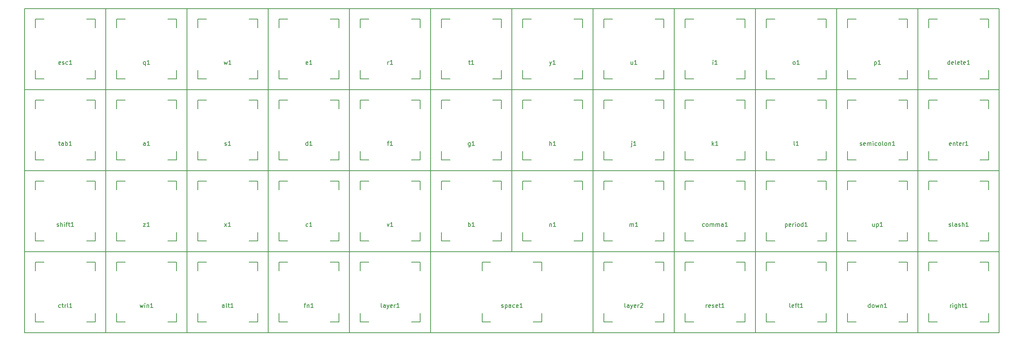
<source format=gbr>
G04 #@! TF.GenerationSoftware,KiCad,Pcbnew,(5.1.10)-1*
G04 #@! TF.CreationDate,2022-01-10T13:30:35-05:00*
G04 #@! TF.ProjectId,40,3430252e-6b69-4636-9164-5f7063625858,rev?*
G04 #@! TF.SameCoordinates,Original*
G04 #@! TF.FileFunction,OtherDrawing,Comment*
%FSLAX46Y46*%
G04 Gerber Fmt 4.6, Leading zero omitted, Abs format (unit mm)*
G04 Created by KiCad (PCBNEW (5.1.10)-1) date 2022-01-10 13:30:35*
%MOMM*%
%LPD*%
G01*
G04 APERTURE LIST*
%ADD10C,0.150000*%
G04 APERTURE END LIST*
D10*
X156606250Y-94600000D02*
X158606250Y-94600000D01*
X158606250Y-94600000D02*
X158606250Y-96600000D01*
X156606250Y-108600000D02*
X158606250Y-108600000D01*
X158606250Y-108600000D02*
X158606250Y-106600000D01*
X144606250Y-106600000D02*
X144606250Y-108600000D01*
X144606250Y-108600000D02*
X146606250Y-108600000D01*
X146606250Y-94600000D02*
X144606250Y-94600000D01*
X144606250Y-94600000D02*
X144606250Y-96600000D01*
X142081250Y-92075000D02*
X161131250Y-92075000D01*
X161131250Y-92075000D02*
X161131250Y-111125000D01*
X161131250Y-111125000D02*
X142081250Y-111125000D01*
X142081250Y-111125000D02*
X142081250Y-92075000D01*
X137556250Y-94600000D02*
X139556250Y-94600000D01*
X139556250Y-94600000D02*
X139556250Y-96600000D01*
X137556250Y-108600000D02*
X139556250Y-108600000D01*
X139556250Y-108600000D02*
X139556250Y-106600000D01*
X125556250Y-106600000D02*
X125556250Y-108600000D01*
X125556250Y-108600000D02*
X127556250Y-108600000D01*
X127556250Y-94600000D02*
X125556250Y-94600000D01*
X125556250Y-94600000D02*
X125556250Y-96600000D01*
X123031250Y-92075000D02*
X142081250Y-92075000D01*
X142081250Y-92075000D02*
X142081250Y-111125000D01*
X142081250Y-111125000D02*
X123031250Y-111125000D01*
X123031250Y-111125000D02*
X123031250Y-92075000D01*
X103981250Y-92075000D02*
X103981250Y-73025000D01*
X123031250Y-92075000D02*
X103981250Y-92075000D01*
X123031250Y-73025000D02*
X123031250Y-92075000D01*
X103981250Y-73025000D02*
X123031250Y-73025000D01*
X106506250Y-75550000D02*
X106506250Y-77550000D01*
X108506250Y-75550000D02*
X106506250Y-75550000D01*
X106506250Y-89550000D02*
X108506250Y-89550000D01*
X106506250Y-87550000D02*
X106506250Y-89550000D01*
X120506250Y-89550000D02*
X120506250Y-87550000D01*
X118506250Y-89550000D02*
X120506250Y-89550000D01*
X120506250Y-75550000D02*
X120506250Y-77550000D01*
X118506250Y-75550000D02*
X120506250Y-75550000D01*
X27781250Y-130175000D02*
X27781250Y-111125000D01*
X46831250Y-130175000D02*
X27781250Y-130175000D01*
X46831250Y-111125000D02*
X46831250Y-130175000D01*
X27781250Y-111125000D02*
X46831250Y-111125000D01*
X30306250Y-113650000D02*
X30306250Y-115650000D01*
X32306250Y-113650000D02*
X30306250Y-113650000D01*
X30306250Y-127650000D02*
X32306250Y-127650000D01*
X30306250Y-125650000D02*
X30306250Y-127650000D01*
X44306250Y-127650000D02*
X44306250Y-125650000D01*
X42306250Y-127650000D02*
X44306250Y-127650000D01*
X44306250Y-113650000D02*
X44306250Y-115650000D01*
X42306250Y-113650000D02*
X44306250Y-113650000D01*
X123031250Y-73025000D02*
X123031250Y-53975000D01*
X142081250Y-73025000D02*
X123031250Y-73025000D01*
X142081250Y-53975000D02*
X142081250Y-73025000D01*
X123031250Y-53975000D02*
X142081250Y-53975000D01*
X125556250Y-56500000D02*
X125556250Y-58500000D01*
X127556250Y-56500000D02*
X125556250Y-56500000D01*
X125556250Y-70500000D02*
X127556250Y-70500000D01*
X125556250Y-68500000D02*
X125556250Y-70500000D01*
X139556250Y-70500000D02*
X139556250Y-68500000D01*
X137556250Y-70500000D02*
X139556250Y-70500000D01*
X139556250Y-56500000D02*
X139556250Y-58500000D01*
X137556250Y-56500000D02*
X139556250Y-56500000D01*
X27781250Y-73025000D02*
X27781250Y-53975000D01*
X46831250Y-73025000D02*
X27781250Y-73025000D01*
X46831250Y-53975000D02*
X46831250Y-73025000D01*
X27781250Y-53975000D02*
X46831250Y-53975000D01*
X30306250Y-56500000D02*
X30306250Y-58500000D01*
X32306250Y-56500000D02*
X30306250Y-56500000D01*
X30306250Y-70500000D02*
X32306250Y-70500000D01*
X30306250Y-68500000D02*
X30306250Y-70500000D01*
X44306250Y-70500000D02*
X44306250Y-68500000D01*
X42306250Y-70500000D02*
X44306250Y-70500000D01*
X44306250Y-56500000D02*
X44306250Y-58500000D01*
X42306250Y-56500000D02*
X44306250Y-56500000D01*
X237331250Y-73025000D02*
X237331250Y-53975000D01*
X256381250Y-73025000D02*
X237331250Y-73025000D01*
X256381250Y-53975000D02*
X256381250Y-73025000D01*
X237331250Y-53975000D02*
X256381250Y-53975000D01*
X239856250Y-56500000D02*
X239856250Y-58500000D01*
X241856250Y-56500000D02*
X239856250Y-56500000D01*
X239856250Y-70500000D02*
X241856250Y-70500000D01*
X239856250Y-68500000D02*
X239856250Y-70500000D01*
X253856250Y-70500000D02*
X253856250Y-68500000D01*
X251856250Y-70500000D02*
X253856250Y-70500000D01*
X253856250Y-56500000D02*
X253856250Y-58500000D01*
X251856250Y-56500000D02*
X253856250Y-56500000D01*
X99456250Y-75550000D02*
X101456250Y-75550000D01*
X101456250Y-75550000D02*
X101456250Y-77550000D01*
X99456250Y-89550000D02*
X101456250Y-89550000D01*
X101456250Y-89550000D02*
X101456250Y-87550000D01*
X87456250Y-87550000D02*
X87456250Y-89550000D01*
X87456250Y-89550000D02*
X89456250Y-89550000D01*
X89456250Y-75550000D02*
X87456250Y-75550000D01*
X87456250Y-75550000D02*
X87456250Y-77550000D01*
X84931250Y-73025000D02*
X103981250Y-73025000D01*
X103981250Y-73025000D02*
X103981250Y-92075000D01*
X103981250Y-92075000D02*
X84931250Y-92075000D01*
X84931250Y-92075000D02*
X84931250Y-73025000D01*
X61356250Y-94600000D02*
X63356250Y-94600000D01*
X63356250Y-94600000D02*
X63356250Y-96600000D01*
X61356250Y-108600000D02*
X63356250Y-108600000D01*
X63356250Y-108600000D02*
X63356250Y-106600000D01*
X49356250Y-106600000D02*
X49356250Y-108600000D01*
X49356250Y-108600000D02*
X51356250Y-108600000D01*
X51356250Y-94600000D02*
X49356250Y-94600000D01*
X49356250Y-94600000D02*
X49356250Y-96600000D01*
X46831250Y-92075000D02*
X65881250Y-92075000D01*
X65881250Y-92075000D02*
X65881250Y-111125000D01*
X65881250Y-111125000D02*
X46831250Y-111125000D01*
X46831250Y-111125000D02*
X46831250Y-92075000D01*
X80406250Y-94600000D02*
X82406250Y-94600000D01*
X82406250Y-94600000D02*
X82406250Y-96600000D01*
X80406250Y-108600000D02*
X82406250Y-108600000D01*
X82406250Y-108600000D02*
X82406250Y-106600000D01*
X68406250Y-106600000D02*
X68406250Y-108600000D01*
X68406250Y-108600000D02*
X70406250Y-108600000D01*
X70406250Y-94600000D02*
X68406250Y-94600000D01*
X68406250Y-94600000D02*
X68406250Y-96600000D01*
X65881250Y-92075000D02*
X84931250Y-92075000D01*
X84931250Y-92075000D02*
X84931250Y-111125000D01*
X84931250Y-111125000D02*
X65881250Y-111125000D01*
X65881250Y-111125000D02*
X65881250Y-92075000D01*
X118506250Y-94600000D02*
X120506250Y-94600000D01*
X120506250Y-94600000D02*
X120506250Y-96600000D01*
X118506250Y-108600000D02*
X120506250Y-108600000D01*
X120506250Y-108600000D02*
X120506250Y-106600000D01*
X106506250Y-106600000D02*
X106506250Y-108600000D01*
X106506250Y-108600000D02*
X108506250Y-108600000D01*
X108506250Y-94600000D02*
X106506250Y-94600000D01*
X106506250Y-94600000D02*
X106506250Y-96600000D01*
X103981250Y-92075000D02*
X123031250Y-92075000D01*
X123031250Y-92075000D02*
X123031250Y-111125000D01*
X123031250Y-111125000D02*
X103981250Y-111125000D01*
X103981250Y-111125000D02*
X103981250Y-92075000D01*
X147081250Y-113650000D02*
X149081250Y-113650000D01*
X149081250Y-113650000D02*
X149081250Y-115650000D01*
X147081250Y-127650000D02*
X149081250Y-127650000D01*
X149081250Y-127650000D02*
X149081250Y-125650000D01*
X135081250Y-125650000D02*
X135081250Y-127650000D01*
X135081250Y-127650000D02*
X137081250Y-127650000D01*
X137081250Y-113650000D02*
X135081250Y-113650000D01*
X135081250Y-113650000D02*
X135081250Y-115650000D01*
X123031250Y-111125000D02*
X161131250Y-111125000D01*
X161131250Y-111125000D02*
X161131250Y-130175000D01*
X123031250Y-130175000D02*
X161131250Y-130175000D01*
X123031250Y-130175000D02*
X123031250Y-111125000D01*
X42306250Y-94600000D02*
X44306250Y-94600000D01*
X44306250Y-94600000D02*
X44306250Y-96600000D01*
X42306250Y-108600000D02*
X44306250Y-108600000D01*
X44306250Y-108600000D02*
X44306250Y-106600000D01*
X30306250Y-106600000D02*
X30306250Y-108600000D01*
X30306250Y-108600000D02*
X32306250Y-108600000D01*
X32306250Y-94600000D02*
X30306250Y-94600000D01*
X30306250Y-94600000D02*
X30306250Y-96600000D01*
X27781250Y-92075000D02*
X46831250Y-92075000D01*
X46831250Y-92075000D02*
X46831250Y-111125000D01*
X46831250Y-111125000D02*
X27781250Y-111125000D01*
X27781250Y-111125000D02*
X27781250Y-92075000D01*
X213756250Y-94600000D02*
X215756250Y-94600000D01*
X215756250Y-94600000D02*
X215756250Y-96600000D01*
X213756250Y-108600000D02*
X215756250Y-108600000D01*
X215756250Y-108600000D02*
X215756250Y-106600000D01*
X201756250Y-106600000D02*
X201756250Y-108600000D01*
X201756250Y-108600000D02*
X203756250Y-108600000D01*
X203756250Y-94600000D02*
X201756250Y-94600000D01*
X201756250Y-94600000D02*
X201756250Y-96600000D01*
X199231250Y-92075000D02*
X218281250Y-92075000D01*
X218281250Y-92075000D02*
X218281250Y-111125000D01*
X218281250Y-111125000D02*
X199231250Y-111125000D01*
X199231250Y-111125000D02*
X199231250Y-92075000D01*
X175656250Y-94600000D02*
X177656250Y-94600000D01*
X177656250Y-94600000D02*
X177656250Y-96600000D01*
X175656250Y-108600000D02*
X177656250Y-108600000D01*
X177656250Y-108600000D02*
X177656250Y-106600000D01*
X163656250Y-106600000D02*
X163656250Y-108600000D01*
X163656250Y-108600000D02*
X165656250Y-108600000D01*
X165656250Y-94600000D02*
X163656250Y-94600000D01*
X163656250Y-94600000D02*
X163656250Y-96600000D01*
X161131250Y-92075000D02*
X180181250Y-92075000D01*
X180181250Y-92075000D02*
X180181250Y-111125000D01*
X180181250Y-111125000D02*
X161131250Y-111125000D01*
X161131250Y-111125000D02*
X161131250Y-92075000D01*
X194706250Y-94600000D02*
X196706250Y-94600000D01*
X196706250Y-94600000D02*
X196706250Y-96600000D01*
X194706250Y-108600000D02*
X196706250Y-108600000D01*
X196706250Y-108600000D02*
X196706250Y-106600000D01*
X182706250Y-106600000D02*
X182706250Y-108600000D01*
X182706250Y-108600000D02*
X184706250Y-108600000D01*
X184706250Y-94600000D02*
X182706250Y-94600000D01*
X182706250Y-94600000D02*
X182706250Y-96600000D01*
X180181250Y-92075000D02*
X199231250Y-92075000D01*
X199231250Y-92075000D02*
X199231250Y-111125000D01*
X199231250Y-111125000D02*
X180181250Y-111125000D01*
X180181250Y-111125000D02*
X180181250Y-92075000D01*
X99456250Y-94600000D02*
X101456250Y-94600000D01*
X101456250Y-94600000D02*
X101456250Y-96600000D01*
X99456250Y-108600000D02*
X101456250Y-108600000D01*
X101456250Y-108600000D02*
X101456250Y-106600000D01*
X87456250Y-106600000D02*
X87456250Y-108600000D01*
X87456250Y-108600000D02*
X89456250Y-108600000D01*
X89456250Y-94600000D02*
X87456250Y-94600000D01*
X87456250Y-94600000D02*
X87456250Y-96600000D01*
X84931250Y-92075000D02*
X103981250Y-92075000D01*
X103981250Y-92075000D02*
X103981250Y-111125000D01*
X103981250Y-111125000D02*
X84931250Y-111125000D01*
X84931250Y-111125000D02*
X84931250Y-92075000D01*
X142081250Y-73025000D02*
X142081250Y-53975000D01*
X161131250Y-73025000D02*
X142081250Y-73025000D01*
X161131250Y-53975000D02*
X161131250Y-73025000D01*
X142081250Y-53975000D02*
X161131250Y-53975000D01*
X144606250Y-56500000D02*
X144606250Y-58500000D01*
X146606250Y-56500000D02*
X144606250Y-56500000D01*
X144606250Y-70500000D02*
X146606250Y-70500000D01*
X144606250Y-68500000D02*
X144606250Y-70500000D01*
X158606250Y-70500000D02*
X158606250Y-68500000D01*
X156606250Y-70500000D02*
X158606250Y-70500000D01*
X158606250Y-56500000D02*
X158606250Y-58500000D01*
X156606250Y-56500000D02*
X158606250Y-56500000D01*
X46831250Y-130175000D02*
X46831250Y-111125000D01*
X65881250Y-130175000D02*
X46831250Y-130175000D01*
X65881250Y-111125000D02*
X65881250Y-130175000D01*
X46831250Y-111125000D02*
X65881250Y-111125000D01*
X49356250Y-113650000D02*
X49356250Y-115650000D01*
X51356250Y-113650000D02*
X49356250Y-113650000D01*
X49356250Y-127650000D02*
X51356250Y-127650000D01*
X49356250Y-125650000D02*
X49356250Y-127650000D01*
X63356250Y-127650000D02*
X63356250Y-125650000D01*
X61356250Y-127650000D02*
X63356250Y-127650000D01*
X63356250Y-113650000D02*
X63356250Y-115650000D01*
X61356250Y-113650000D02*
X63356250Y-113650000D01*
X65881250Y-73025000D02*
X65881250Y-53975000D01*
X84931250Y-73025000D02*
X65881250Y-73025000D01*
X84931250Y-53975000D02*
X84931250Y-73025000D01*
X65881250Y-53975000D02*
X84931250Y-53975000D01*
X68406250Y-56500000D02*
X68406250Y-58500000D01*
X70406250Y-56500000D02*
X68406250Y-56500000D01*
X68406250Y-70500000D02*
X70406250Y-70500000D01*
X68406250Y-68500000D02*
X68406250Y-70500000D01*
X82406250Y-70500000D02*
X82406250Y-68500000D01*
X80406250Y-70500000D02*
X82406250Y-70500000D01*
X82406250Y-56500000D02*
X82406250Y-58500000D01*
X80406250Y-56500000D02*
X82406250Y-56500000D01*
X218281250Y-111125000D02*
X218281250Y-92075000D01*
X237331250Y-111125000D02*
X218281250Y-111125000D01*
X237331250Y-92075000D02*
X237331250Y-111125000D01*
X218281250Y-92075000D02*
X237331250Y-92075000D01*
X220806250Y-94600000D02*
X220806250Y-96600000D01*
X222806250Y-94600000D02*
X220806250Y-94600000D01*
X220806250Y-108600000D02*
X222806250Y-108600000D01*
X220806250Y-106600000D02*
X220806250Y-108600000D01*
X234806250Y-108600000D02*
X234806250Y-106600000D01*
X232806250Y-108600000D02*
X234806250Y-108600000D01*
X234806250Y-94600000D02*
X234806250Y-96600000D01*
X232806250Y-94600000D02*
X234806250Y-94600000D01*
X161131250Y-73025000D02*
X161131250Y-53975000D01*
X180181250Y-73025000D02*
X161131250Y-73025000D01*
X180181250Y-53975000D02*
X180181250Y-73025000D01*
X161131250Y-53975000D02*
X180181250Y-53975000D01*
X163656250Y-56500000D02*
X163656250Y-58500000D01*
X165656250Y-56500000D02*
X163656250Y-56500000D01*
X163656250Y-70500000D02*
X165656250Y-70500000D01*
X163656250Y-68500000D02*
X163656250Y-70500000D01*
X177656250Y-70500000D02*
X177656250Y-68500000D01*
X175656250Y-70500000D02*
X177656250Y-70500000D01*
X177656250Y-56500000D02*
X177656250Y-58500000D01*
X175656250Y-56500000D02*
X177656250Y-56500000D01*
X27781250Y-92075000D02*
X27781250Y-73025000D01*
X46831250Y-92075000D02*
X27781250Y-92075000D01*
X46831250Y-73025000D02*
X46831250Y-92075000D01*
X27781250Y-73025000D02*
X46831250Y-73025000D01*
X30306250Y-75550000D02*
X30306250Y-77550000D01*
X32306250Y-75550000D02*
X30306250Y-75550000D01*
X30306250Y-89550000D02*
X32306250Y-89550000D01*
X30306250Y-87550000D02*
X30306250Y-89550000D01*
X44306250Y-89550000D02*
X44306250Y-87550000D01*
X42306250Y-89550000D02*
X44306250Y-89550000D01*
X44306250Y-75550000D02*
X44306250Y-77550000D01*
X42306250Y-75550000D02*
X44306250Y-75550000D01*
X237331250Y-111125000D02*
X237331250Y-92075000D01*
X256381250Y-111125000D02*
X237331250Y-111125000D01*
X256381250Y-92075000D02*
X256381250Y-111125000D01*
X237331250Y-92075000D02*
X256381250Y-92075000D01*
X239856250Y-94600000D02*
X239856250Y-96600000D01*
X241856250Y-94600000D02*
X239856250Y-94600000D01*
X239856250Y-108600000D02*
X241856250Y-108600000D01*
X239856250Y-106600000D02*
X239856250Y-108600000D01*
X253856250Y-108600000D02*
X253856250Y-106600000D01*
X251856250Y-108600000D02*
X253856250Y-108600000D01*
X253856250Y-94600000D02*
X253856250Y-96600000D01*
X251856250Y-94600000D02*
X253856250Y-94600000D01*
X218281250Y-92075000D02*
X218281250Y-73025000D01*
X237331250Y-92075000D02*
X218281250Y-92075000D01*
X237331250Y-73025000D02*
X237331250Y-92075000D01*
X218281250Y-73025000D02*
X237331250Y-73025000D01*
X220806250Y-75550000D02*
X220806250Y-77550000D01*
X222806250Y-75550000D02*
X220806250Y-75550000D01*
X220806250Y-89550000D02*
X222806250Y-89550000D01*
X220806250Y-87550000D02*
X220806250Y-89550000D01*
X234806250Y-89550000D02*
X234806250Y-87550000D01*
X232806250Y-89550000D02*
X234806250Y-89550000D01*
X234806250Y-75550000D02*
X234806250Y-77550000D01*
X232806250Y-75550000D02*
X234806250Y-75550000D01*
X65881250Y-92075000D02*
X65881250Y-73025000D01*
X84931250Y-92075000D02*
X65881250Y-92075000D01*
X84931250Y-73025000D02*
X84931250Y-92075000D01*
X65881250Y-73025000D02*
X84931250Y-73025000D01*
X68406250Y-75550000D02*
X68406250Y-77550000D01*
X70406250Y-75550000D02*
X68406250Y-75550000D01*
X68406250Y-89550000D02*
X70406250Y-89550000D01*
X68406250Y-87550000D02*
X68406250Y-89550000D01*
X82406250Y-89550000D02*
X82406250Y-87550000D01*
X80406250Y-89550000D02*
X82406250Y-89550000D01*
X82406250Y-75550000D02*
X82406250Y-77550000D01*
X80406250Y-75550000D02*
X82406250Y-75550000D01*
X237331250Y-130175000D02*
X237331250Y-111125000D01*
X256381250Y-130175000D02*
X237331250Y-130175000D01*
X256381250Y-111125000D02*
X256381250Y-130175000D01*
X237331250Y-111125000D02*
X256381250Y-111125000D01*
X239856250Y-113650000D02*
X239856250Y-115650000D01*
X241856250Y-113650000D02*
X239856250Y-113650000D01*
X239856250Y-127650000D02*
X241856250Y-127650000D01*
X239856250Y-125650000D02*
X239856250Y-127650000D01*
X253856250Y-127650000D02*
X253856250Y-125650000D01*
X251856250Y-127650000D02*
X253856250Y-127650000D01*
X253856250Y-113650000D02*
X253856250Y-115650000D01*
X251856250Y-113650000D02*
X253856250Y-113650000D01*
X180181250Y-130175000D02*
X180181250Y-111125000D01*
X199231250Y-130175000D02*
X180181250Y-130175000D01*
X199231250Y-111125000D02*
X199231250Y-130175000D01*
X180181250Y-111125000D02*
X199231250Y-111125000D01*
X182706250Y-113650000D02*
X182706250Y-115650000D01*
X184706250Y-113650000D02*
X182706250Y-113650000D01*
X182706250Y-127650000D02*
X184706250Y-127650000D01*
X182706250Y-125650000D02*
X182706250Y-127650000D01*
X196706250Y-127650000D02*
X196706250Y-125650000D01*
X194706250Y-127650000D02*
X196706250Y-127650000D01*
X196706250Y-113650000D02*
X196706250Y-115650000D01*
X194706250Y-113650000D02*
X196706250Y-113650000D01*
X103981250Y-73025000D02*
X103981250Y-53975000D01*
X123031250Y-73025000D02*
X103981250Y-73025000D01*
X123031250Y-53975000D02*
X123031250Y-73025000D01*
X103981250Y-53975000D02*
X123031250Y-53975000D01*
X106506250Y-56500000D02*
X106506250Y-58500000D01*
X108506250Y-56500000D02*
X106506250Y-56500000D01*
X106506250Y-70500000D02*
X108506250Y-70500000D01*
X106506250Y-68500000D02*
X106506250Y-70500000D01*
X120506250Y-70500000D02*
X120506250Y-68500000D01*
X118506250Y-70500000D02*
X120506250Y-70500000D01*
X120506250Y-56500000D02*
X120506250Y-58500000D01*
X118506250Y-56500000D02*
X120506250Y-56500000D01*
X46831250Y-73025000D02*
X46831250Y-53975000D01*
X65881250Y-73025000D02*
X46831250Y-73025000D01*
X65881250Y-53975000D02*
X65881250Y-73025000D01*
X46831250Y-53975000D02*
X65881250Y-53975000D01*
X49356250Y-56500000D02*
X49356250Y-58500000D01*
X51356250Y-56500000D02*
X49356250Y-56500000D01*
X49356250Y-70500000D02*
X51356250Y-70500000D01*
X49356250Y-68500000D02*
X49356250Y-70500000D01*
X63356250Y-70500000D02*
X63356250Y-68500000D01*
X61356250Y-70500000D02*
X63356250Y-70500000D01*
X63356250Y-56500000D02*
X63356250Y-58500000D01*
X61356250Y-56500000D02*
X63356250Y-56500000D01*
X218281250Y-73025000D02*
X218281250Y-53975000D01*
X237331250Y-73025000D02*
X218281250Y-73025000D01*
X237331250Y-53975000D02*
X237331250Y-73025000D01*
X218281250Y-53975000D02*
X237331250Y-53975000D01*
X220806250Y-56500000D02*
X220806250Y-58500000D01*
X222806250Y-56500000D02*
X220806250Y-56500000D01*
X220806250Y-70500000D02*
X222806250Y-70500000D01*
X220806250Y-68500000D02*
X220806250Y-70500000D01*
X234806250Y-70500000D02*
X234806250Y-68500000D01*
X232806250Y-70500000D02*
X234806250Y-70500000D01*
X234806250Y-56500000D02*
X234806250Y-58500000D01*
X232806250Y-56500000D02*
X234806250Y-56500000D01*
X199231250Y-73025000D02*
X199231250Y-53975000D01*
X218281250Y-73025000D02*
X199231250Y-73025000D01*
X218281250Y-53975000D02*
X218281250Y-73025000D01*
X199231250Y-53975000D02*
X218281250Y-53975000D01*
X201756250Y-56500000D02*
X201756250Y-58500000D01*
X203756250Y-56500000D02*
X201756250Y-56500000D01*
X201756250Y-70500000D02*
X203756250Y-70500000D01*
X201756250Y-68500000D02*
X201756250Y-70500000D01*
X215756250Y-70500000D02*
X215756250Y-68500000D01*
X213756250Y-70500000D02*
X215756250Y-70500000D01*
X215756250Y-56500000D02*
X215756250Y-58500000D01*
X213756250Y-56500000D02*
X215756250Y-56500000D01*
X199231250Y-130175000D02*
X199231250Y-111125000D01*
X218281250Y-130175000D02*
X199231250Y-130175000D01*
X218281250Y-111125000D02*
X218281250Y-130175000D01*
X199231250Y-111125000D02*
X218281250Y-111125000D01*
X201756250Y-113650000D02*
X201756250Y-115650000D01*
X203756250Y-113650000D02*
X201756250Y-113650000D01*
X201756250Y-127650000D02*
X203756250Y-127650000D01*
X201756250Y-125650000D02*
X201756250Y-127650000D01*
X215756250Y-127650000D02*
X215756250Y-125650000D01*
X213756250Y-127650000D02*
X215756250Y-127650000D01*
X215756250Y-113650000D02*
X215756250Y-115650000D01*
X213756250Y-113650000D02*
X215756250Y-113650000D01*
X161131250Y-130175000D02*
X161131250Y-111125000D01*
X180181250Y-130175000D02*
X161131250Y-130175000D01*
X180181250Y-111125000D02*
X180181250Y-130175000D01*
X161131250Y-111125000D02*
X180181250Y-111125000D01*
X163656250Y-113650000D02*
X163656250Y-115650000D01*
X165656250Y-113650000D02*
X163656250Y-113650000D01*
X163656250Y-127650000D02*
X165656250Y-127650000D01*
X163656250Y-125650000D02*
X163656250Y-127650000D01*
X177656250Y-127650000D02*
X177656250Y-125650000D01*
X175656250Y-127650000D02*
X177656250Y-127650000D01*
X177656250Y-113650000D02*
X177656250Y-115650000D01*
X175656250Y-113650000D02*
X177656250Y-113650000D01*
X103981250Y-130175000D02*
X103981250Y-111125000D01*
X123031250Y-130175000D02*
X103981250Y-130175000D01*
X123031250Y-111125000D02*
X123031250Y-130175000D01*
X103981250Y-111125000D02*
X123031250Y-111125000D01*
X106506250Y-113650000D02*
X106506250Y-115650000D01*
X108506250Y-113650000D02*
X106506250Y-113650000D01*
X106506250Y-127650000D02*
X108506250Y-127650000D01*
X106506250Y-125650000D02*
X106506250Y-127650000D01*
X120506250Y-127650000D02*
X120506250Y-125650000D01*
X118506250Y-127650000D02*
X120506250Y-127650000D01*
X120506250Y-113650000D02*
X120506250Y-115650000D01*
X118506250Y-113650000D02*
X120506250Y-113650000D01*
X199231250Y-92075000D02*
X199231250Y-73025000D01*
X218281250Y-92075000D02*
X199231250Y-92075000D01*
X218281250Y-73025000D02*
X218281250Y-92075000D01*
X199231250Y-73025000D02*
X218281250Y-73025000D01*
X201756250Y-75550000D02*
X201756250Y-77550000D01*
X203756250Y-75550000D02*
X201756250Y-75550000D01*
X201756250Y-89550000D02*
X203756250Y-89550000D01*
X201756250Y-87550000D02*
X201756250Y-89550000D01*
X215756250Y-89550000D02*
X215756250Y-87550000D01*
X213756250Y-89550000D02*
X215756250Y-89550000D01*
X215756250Y-75550000D02*
X215756250Y-77550000D01*
X213756250Y-75550000D02*
X215756250Y-75550000D01*
X180181250Y-92075000D02*
X180181250Y-73025000D01*
X199231250Y-92075000D02*
X180181250Y-92075000D01*
X199231250Y-73025000D02*
X199231250Y-92075000D01*
X180181250Y-73025000D02*
X199231250Y-73025000D01*
X182706250Y-75550000D02*
X182706250Y-77550000D01*
X184706250Y-75550000D02*
X182706250Y-75550000D01*
X182706250Y-89550000D02*
X184706250Y-89550000D01*
X182706250Y-87550000D02*
X182706250Y-89550000D01*
X196706250Y-89550000D02*
X196706250Y-87550000D01*
X194706250Y-89550000D02*
X196706250Y-89550000D01*
X196706250Y-75550000D02*
X196706250Y-77550000D01*
X194706250Y-75550000D02*
X196706250Y-75550000D01*
X161131250Y-92075000D02*
X161131250Y-73025000D01*
X180181250Y-92075000D02*
X161131250Y-92075000D01*
X180181250Y-73025000D02*
X180181250Y-92075000D01*
X161131250Y-73025000D02*
X180181250Y-73025000D01*
X163656250Y-75550000D02*
X163656250Y-77550000D01*
X165656250Y-75550000D02*
X163656250Y-75550000D01*
X163656250Y-89550000D02*
X165656250Y-89550000D01*
X163656250Y-87550000D02*
X163656250Y-89550000D01*
X177656250Y-89550000D02*
X177656250Y-87550000D01*
X175656250Y-89550000D02*
X177656250Y-89550000D01*
X177656250Y-75550000D02*
X177656250Y-77550000D01*
X175656250Y-75550000D02*
X177656250Y-75550000D01*
X180181250Y-73025000D02*
X180181250Y-53975000D01*
X199231250Y-73025000D02*
X180181250Y-73025000D01*
X199231250Y-53975000D02*
X199231250Y-73025000D01*
X180181250Y-53975000D02*
X199231250Y-53975000D01*
X182706250Y-56500000D02*
X182706250Y-58500000D01*
X184706250Y-56500000D02*
X182706250Y-56500000D01*
X182706250Y-70500000D02*
X184706250Y-70500000D01*
X182706250Y-68500000D02*
X182706250Y-70500000D01*
X196706250Y-70500000D02*
X196706250Y-68500000D01*
X194706250Y-70500000D02*
X196706250Y-70500000D01*
X196706250Y-56500000D02*
X196706250Y-58500000D01*
X194706250Y-56500000D02*
X196706250Y-56500000D01*
X142081250Y-92075000D02*
X142081250Y-73025000D01*
X161131250Y-92075000D02*
X142081250Y-92075000D01*
X161131250Y-73025000D02*
X161131250Y-92075000D01*
X142081250Y-73025000D02*
X161131250Y-73025000D01*
X144606250Y-75550000D02*
X144606250Y-77550000D01*
X146606250Y-75550000D02*
X144606250Y-75550000D01*
X144606250Y-89550000D02*
X146606250Y-89550000D01*
X144606250Y-87550000D02*
X144606250Y-89550000D01*
X158606250Y-89550000D02*
X158606250Y-87550000D01*
X156606250Y-89550000D02*
X158606250Y-89550000D01*
X158606250Y-75550000D02*
X158606250Y-77550000D01*
X156606250Y-75550000D02*
X158606250Y-75550000D01*
X123031250Y-92075000D02*
X123031250Y-73025000D01*
X142081250Y-92075000D02*
X123031250Y-92075000D01*
X142081250Y-73025000D02*
X142081250Y-92075000D01*
X123031250Y-73025000D02*
X142081250Y-73025000D01*
X125556250Y-75550000D02*
X125556250Y-77550000D01*
X127556250Y-75550000D02*
X125556250Y-75550000D01*
X125556250Y-89550000D02*
X127556250Y-89550000D01*
X125556250Y-87550000D02*
X125556250Y-89550000D01*
X139556250Y-89550000D02*
X139556250Y-87550000D01*
X137556250Y-89550000D02*
X139556250Y-89550000D01*
X139556250Y-75550000D02*
X139556250Y-77550000D01*
X137556250Y-75550000D02*
X139556250Y-75550000D01*
X84931250Y-130175000D02*
X84931250Y-111125000D01*
X103981250Y-130175000D02*
X84931250Y-130175000D01*
X103981250Y-111125000D02*
X103981250Y-130175000D01*
X84931250Y-111125000D02*
X103981250Y-111125000D01*
X87456250Y-113650000D02*
X87456250Y-115650000D01*
X89456250Y-113650000D02*
X87456250Y-113650000D01*
X87456250Y-127650000D02*
X89456250Y-127650000D01*
X87456250Y-125650000D02*
X87456250Y-127650000D01*
X101456250Y-127650000D02*
X101456250Y-125650000D01*
X99456250Y-127650000D02*
X101456250Y-127650000D01*
X101456250Y-113650000D02*
X101456250Y-115650000D01*
X99456250Y-113650000D02*
X101456250Y-113650000D01*
X237331250Y-92075000D02*
X237331250Y-73025000D01*
X256381250Y-92075000D02*
X237331250Y-92075000D01*
X256381250Y-73025000D02*
X256381250Y-92075000D01*
X237331250Y-73025000D02*
X256381250Y-73025000D01*
X239856250Y-75550000D02*
X239856250Y-77550000D01*
X241856250Y-75550000D02*
X239856250Y-75550000D01*
X239856250Y-89550000D02*
X241856250Y-89550000D01*
X239856250Y-87550000D02*
X239856250Y-89550000D01*
X253856250Y-89550000D02*
X253856250Y-87550000D01*
X251856250Y-89550000D02*
X253856250Y-89550000D01*
X253856250Y-75550000D02*
X253856250Y-77550000D01*
X251856250Y-75550000D02*
X253856250Y-75550000D01*
X84931250Y-73025000D02*
X84931250Y-53975000D01*
X103981250Y-73025000D02*
X84931250Y-73025000D01*
X103981250Y-53975000D02*
X103981250Y-73025000D01*
X84931250Y-53975000D02*
X103981250Y-53975000D01*
X87456250Y-56500000D02*
X87456250Y-58500000D01*
X89456250Y-56500000D02*
X87456250Y-56500000D01*
X87456250Y-70500000D02*
X89456250Y-70500000D01*
X87456250Y-68500000D02*
X87456250Y-70500000D01*
X101456250Y-70500000D02*
X101456250Y-68500000D01*
X99456250Y-70500000D02*
X101456250Y-70500000D01*
X101456250Y-56500000D02*
X101456250Y-58500000D01*
X99456250Y-56500000D02*
X101456250Y-56500000D01*
X218281250Y-130175000D02*
X218281250Y-111125000D01*
X237331250Y-130175000D02*
X218281250Y-130175000D01*
X237331250Y-111125000D02*
X237331250Y-130175000D01*
X218281250Y-111125000D02*
X237331250Y-111125000D01*
X220806250Y-113650000D02*
X220806250Y-115650000D01*
X222806250Y-113650000D02*
X220806250Y-113650000D01*
X220806250Y-127650000D02*
X222806250Y-127650000D01*
X220806250Y-125650000D02*
X220806250Y-127650000D01*
X234806250Y-127650000D02*
X234806250Y-125650000D01*
X232806250Y-127650000D02*
X234806250Y-127650000D01*
X234806250Y-113650000D02*
X234806250Y-115650000D01*
X232806250Y-113650000D02*
X234806250Y-113650000D01*
X65881250Y-130175000D02*
X65881250Y-111125000D01*
X84931250Y-130175000D02*
X65881250Y-130175000D01*
X84931250Y-111125000D02*
X84931250Y-130175000D01*
X65881250Y-111125000D02*
X84931250Y-111125000D01*
X68406250Y-113650000D02*
X68406250Y-115650000D01*
X70406250Y-113650000D02*
X68406250Y-113650000D01*
X68406250Y-127650000D02*
X70406250Y-127650000D01*
X68406250Y-125650000D02*
X68406250Y-127650000D01*
X82406250Y-127650000D02*
X82406250Y-125650000D01*
X80406250Y-127650000D02*
X82406250Y-127650000D01*
X82406250Y-113650000D02*
X82406250Y-115650000D01*
X80406250Y-113650000D02*
X82406250Y-113650000D01*
X46831250Y-92075000D02*
X46831250Y-73025000D01*
X65881250Y-92075000D02*
X46831250Y-92075000D01*
X65881250Y-73025000D02*
X65881250Y-92075000D01*
X46831250Y-73025000D02*
X65881250Y-73025000D01*
X49356250Y-75550000D02*
X49356250Y-77550000D01*
X51356250Y-75550000D02*
X49356250Y-75550000D01*
X49356250Y-89550000D02*
X51356250Y-89550000D01*
X49356250Y-87550000D02*
X49356250Y-89550000D01*
X63356250Y-89550000D02*
X63356250Y-87550000D01*
X61356250Y-89550000D02*
X63356250Y-89550000D01*
X63356250Y-75550000D02*
X63356250Y-77550000D01*
X61356250Y-75550000D02*
X63356250Y-75550000D01*
X150915773Y-104560714D02*
X150915773Y-105227380D01*
X150915773Y-104655952D02*
X150963392Y-104608333D01*
X151058630Y-104560714D01*
X151201488Y-104560714D01*
X151296726Y-104608333D01*
X151344345Y-104703571D01*
X151344345Y-105227380D01*
X152344345Y-105227380D02*
X151772916Y-105227380D01*
X152058630Y-105227380D02*
X152058630Y-104227380D01*
X151963392Y-104370238D01*
X151868154Y-104465476D01*
X151772916Y-104513095D01*
X131865773Y-105227380D02*
X131865773Y-104227380D01*
X131865773Y-104608333D02*
X131961011Y-104560714D01*
X132151488Y-104560714D01*
X132246726Y-104608333D01*
X132294345Y-104655952D01*
X132341964Y-104751190D01*
X132341964Y-105036904D01*
X132294345Y-105132142D01*
X132246726Y-105179761D01*
X132151488Y-105227380D01*
X131961011Y-105227380D01*
X131865773Y-105179761D01*
X133294345Y-105227380D02*
X132722916Y-105227380D01*
X133008630Y-105227380D02*
X133008630Y-104227380D01*
X132913392Y-104370238D01*
X132818154Y-104465476D01*
X132722916Y-104513095D01*
X112839583Y-85510714D02*
X113220535Y-85510714D01*
X112982440Y-86177380D02*
X112982440Y-85320238D01*
X113030059Y-85225000D01*
X113125297Y-85177380D01*
X113220535Y-85177380D01*
X114077678Y-86177380D02*
X113506250Y-86177380D01*
X113791964Y-86177380D02*
X113791964Y-85177380D01*
X113696726Y-85320238D01*
X113601488Y-85415476D01*
X113506250Y-85463095D01*
X36211011Y-124229761D02*
X36115773Y-124277380D01*
X35925297Y-124277380D01*
X35830059Y-124229761D01*
X35782440Y-124182142D01*
X35734821Y-124086904D01*
X35734821Y-123801190D01*
X35782440Y-123705952D01*
X35830059Y-123658333D01*
X35925297Y-123610714D01*
X36115773Y-123610714D01*
X36211011Y-123658333D01*
X36496726Y-123610714D02*
X36877678Y-123610714D01*
X36639583Y-123277380D02*
X36639583Y-124134523D01*
X36687202Y-124229761D01*
X36782440Y-124277380D01*
X36877678Y-124277380D01*
X37211011Y-124277380D02*
X37211011Y-123610714D01*
X37211011Y-123801190D02*
X37258630Y-123705952D01*
X37306250Y-123658333D01*
X37401488Y-123610714D01*
X37496726Y-123610714D01*
X37972916Y-124277380D02*
X37877678Y-124229761D01*
X37830059Y-124134523D01*
X37830059Y-123277380D01*
X38877678Y-124277380D02*
X38306250Y-124277380D01*
X38591964Y-124277380D02*
X38591964Y-123277380D01*
X38496726Y-123420238D01*
X38401488Y-123515476D01*
X38306250Y-123563095D01*
X131889583Y-66460714D02*
X132270535Y-66460714D01*
X132032440Y-66127380D02*
X132032440Y-66984523D01*
X132080059Y-67079761D01*
X132175297Y-67127380D01*
X132270535Y-67127380D01*
X133127678Y-67127380D02*
X132556250Y-67127380D01*
X132841964Y-67127380D02*
X132841964Y-66127380D01*
X132746726Y-66270238D01*
X132651488Y-66365476D01*
X132556250Y-66413095D01*
X36187202Y-67079761D02*
X36091964Y-67127380D01*
X35901488Y-67127380D01*
X35806250Y-67079761D01*
X35758630Y-66984523D01*
X35758630Y-66603571D01*
X35806250Y-66508333D01*
X35901488Y-66460714D01*
X36091964Y-66460714D01*
X36187202Y-66508333D01*
X36234821Y-66603571D01*
X36234821Y-66698809D01*
X35758630Y-66794047D01*
X36615773Y-67079761D02*
X36711011Y-67127380D01*
X36901488Y-67127380D01*
X36996726Y-67079761D01*
X37044345Y-66984523D01*
X37044345Y-66936904D01*
X36996726Y-66841666D01*
X36901488Y-66794047D01*
X36758630Y-66794047D01*
X36663392Y-66746428D01*
X36615773Y-66651190D01*
X36615773Y-66603571D01*
X36663392Y-66508333D01*
X36758630Y-66460714D01*
X36901488Y-66460714D01*
X36996726Y-66508333D01*
X37901488Y-67079761D02*
X37806250Y-67127380D01*
X37615773Y-67127380D01*
X37520535Y-67079761D01*
X37472916Y-67032142D01*
X37425297Y-66936904D01*
X37425297Y-66651190D01*
X37472916Y-66555952D01*
X37520535Y-66508333D01*
X37615773Y-66460714D01*
X37806250Y-66460714D01*
X37901488Y-66508333D01*
X38853869Y-67127380D02*
X38282440Y-67127380D01*
X38568154Y-67127380D02*
X38568154Y-66127380D01*
X38472916Y-66270238D01*
X38377678Y-66365476D01*
X38282440Y-66413095D01*
X244761011Y-67127380D02*
X244761011Y-66127380D01*
X244761011Y-67079761D02*
X244665773Y-67127380D01*
X244475297Y-67127380D01*
X244380059Y-67079761D01*
X244332440Y-67032142D01*
X244284821Y-66936904D01*
X244284821Y-66651190D01*
X244332440Y-66555952D01*
X244380059Y-66508333D01*
X244475297Y-66460714D01*
X244665773Y-66460714D01*
X244761011Y-66508333D01*
X245618154Y-67079761D02*
X245522916Y-67127380D01*
X245332440Y-67127380D01*
X245237202Y-67079761D01*
X245189583Y-66984523D01*
X245189583Y-66603571D01*
X245237202Y-66508333D01*
X245332440Y-66460714D01*
X245522916Y-66460714D01*
X245618154Y-66508333D01*
X245665773Y-66603571D01*
X245665773Y-66698809D01*
X245189583Y-66794047D01*
X246237202Y-67127380D02*
X246141964Y-67079761D01*
X246094345Y-66984523D01*
X246094345Y-66127380D01*
X246999107Y-67079761D02*
X246903869Y-67127380D01*
X246713392Y-67127380D01*
X246618154Y-67079761D01*
X246570535Y-66984523D01*
X246570535Y-66603571D01*
X246618154Y-66508333D01*
X246713392Y-66460714D01*
X246903869Y-66460714D01*
X246999107Y-66508333D01*
X247046726Y-66603571D01*
X247046726Y-66698809D01*
X246570535Y-66794047D01*
X247332440Y-66460714D02*
X247713392Y-66460714D01*
X247475297Y-66127380D02*
X247475297Y-66984523D01*
X247522916Y-67079761D01*
X247618154Y-67127380D01*
X247713392Y-67127380D01*
X248427678Y-67079761D02*
X248332440Y-67127380D01*
X248141964Y-67127380D01*
X248046726Y-67079761D01*
X247999107Y-66984523D01*
X247999107Y-66603571D01*
X248046726Y-66508333D01*
X248141964Y-66460714D01*
X248332440Y-66460714D01*
X248427678Y-66508333D01*
X248475297Y-66603571D01*
X248475297Y-66698809D01*
X247999107Y-66794047D01*
X249427678Y-67127380D02*
X248856250Y-67127380D01*
X249141964Y-67127380D02*
X249141964Y-66127380D01*
X249046726Y-66270238D01*
X248951488Y-66365476D01*
X248856250Y-66413095D01*
X94194345Y-86177380D02*
X94194345Y-85177380D01*
X94194345Y-86129761D02*
X94099107Y-86177380D01*
X93908630Y-86177380D01*
X93813392Y-86129761D01*
X93765773Y-86082142D01*
X93718154Y-85986904D01*
X93718154Y-85701190D01*
X93765773Y-85605952D01*
X93813392Y-85558333D01*
X93908630Y-85510714D01*
X94099107Y-85510714D01*
X94194345Y-85558333D01*
X95194345Y-86177380D02*
X94622916Y-86177380D01*
X94908630Y-86177380D02*
X94908630Y-85177380D01*
X94813392Y-85320238D01*
X94718154Y-85415476D01*
X94622916Y-85463095D01*
X55618154Y-104560714D02*
X56141964Y-104560714D01*
X55618154Y-105227380D01*
X56141964Y-105227380D01*
X57046726Y-105227380D02*
X56475297Y-105227380D01*
X56761011Y-105227380D02*
X56761011Y-104227380D01*
X56665773Y-104370238D01*
X56570535Y-104465476D01*
X56475297Y-104513095D01*
X74668154Y-105227380D02*
X75191964Y-104560714D01*
X74668154Y-104560714D02*
X75191964Y-105227380D01*
X76096726Y-105227380D02*
X75525297Y-105227380D01*
X75811011Y-105227380D02*
X75811011Y-104227380D01*
X75715773Y-104370238D01*
X75620535Y-104465476D01*
X75525297Y-104513095D01*
X112791964Y-104560714D02*
X113030059Y-105227380D01*
X113268154Y-104560714D01*
X114172916Y-105227380D02*
X113601488Y-105227380D01*
X113887202Y-105227380D02*
X113887202Y-104227380D01*
X113791964Y-104370238D01*
X113696726Y-104465476D01*
X113601488Y-104513095D01*
X139628869Y-124229761D02*
X139724107Y-124277380D01*
X139914583Y-124277380D01*
X140009821Y-124229761D01*
X140057440Y-124134523D01*
X140057440Y-124086904D01*
X140009821Y-123991666D01*
X139914583Y-123944047D01*
X139771726Y-123944047D01*
X139676488Y-123896428D01*
X139628869Y-123801190D01*
X139628869Y-123753571D01*
X139676488Y-123658333D01*
X139771726Y-123610714D01*
X139914583Y-123610714D01*
X140009821Y-123658333D01*
X140486011Y-123610714D02*
X140486011Y-124610714D01*
X140486011Y-123658333D02*
X140581250Y-123610714D01*
X140771726Y-123610714D01*
X140866964Y-123658333D01*
X140914583Y-123705952D01*
X140962202Y-123801190D01*
X140962202Y-124086904D01*
X140914583Y-124182142D01*
X140866964Y-124229761D01*
X140771726Y-124277380D01*
X140581250Y-124277380D01*
X140486011Y-124229761D01*
X141819345Y-124277380D02*
X141819345Y-123753571D01*
X141771726Y-123658333D01*
X141676488Y-123610714D01*
X141486011Y-123610714D01*
X141390773Y-123658333D01*
X141819345Y-124229761D02*
X141724107Y-124277380D01*
X141486011Y-124277380D01*
X141390773Y-124229761D01*
X141343154Y-124134523D01*
X141343154Y-124039285D01*
X141390773Y-123944047D01*
X141486011Y-123896428D01*
X141724107Y-123896428D01*
X141819345Y-123848809D01*
X142724107Y-124229761D02*
X142628869Y-124277380D01*
X142438392Y-124277380D01*
X142343154Y-124229761D01*
X142295535Y-124182142D01*
X142247916Y-124086904D01*
X142247916Y-123801190D01*
X142295535Y-123705952D01*
X142343154Y-123658333D01*
X142438392Y-123610714D01*
X142628869Y-123610714D01*
X142724107Y-123658333D01*
X143533630Y-124229761D02*
X143438392Y-124277380D01*
X143247916Y-124277380D01*
X143152678Y-124229761D01*
X143105059Y-124134523D01*
X143105059Y-123753571D01*
X143152678Y-123658333D01*
X143247916Y-123610714D01*
X143438392Y-123610714D01*
X143533630Y-123658333D01*
X143581250Y-123753571D01*
X143581250Y-123848809D01*
X143105059Y-123944047D01*
X144533630Y-124277380D02*
X143962202Y-124277380D01*
X144247916Y-124277380D02*
X144247916Y-123277380D01*
X144152678Y-123420238D01*
X144057440Y-123515476D01*
X143962202Y-123563095D01*
X35353869Y-105179761D02*
X35449107Y-105227380D01*
X35639583Y-105227380D01*
X35734821Y-105179761D01*
X35782440Y-105084523D01*
X35782440Y-105036904D01*
X35734821Y-104941666D01*
X35639583Y-104894047D01*
X35496726Y-104894047D01*
X35401488Y-104846428D01*
X35353869Y-104751190D01*
X35353869Y-104703571D01*
X35401488Y-104608333D01*
X35496726Y-104560714D01*
X35639583Y-104560714D01*
X35734821Y-104608333D01*
X36211011Y-105227380D02*
X36211011Y-104227380D01*
X36639583Y-105227380D02*
X36639583Y-104703571D01*
X36591964Y-104608333D01*
X36496726Y-104560714D01*
X36353869Y-104560714D01*
X36258630Y-104608333D01*
X36211011Y-104655952D01*
X37115773Y-105227380D02*
X37115773Y-104560714D01*
X37115773Y-104227380D02*
X37068154Y-104275000D01*
X37115773Y-104322619D01*
X37163392Y-104275000D01*
X37115773Y-104227380D01*
X37115773Y-104322619D01*
X37449107Y-104560714D02*
X37830059Y-104560714D01*
X37591964Y-105227380D02*
X37591964Y-104370238D01*
X37639583Y-104275000D01*
X37734821Y-104227380D01*
X37830059Y-104227380D01*
X38020535Y-104560714D02*
X38401488Y-104560714D01*
X38163392Y-104227380D02*
X38163392Y-105084523D01*
X38211011Y-105179761D01*
X38306250Y-105227380D01*
X38401488Y-105227380D01*
X39258630Y-105227380D02*
X38687202Y-105227380D01*
X38972916Y-105227380D02*
X38972916Y-104227380D01*
X38877678Y-104370238D01*
X38782440Y-104465476D01*
X38687202Y-104513095D01*
X206184821Y-104560714D02*
X206184821Y-105560714D01*
X206184821Y-104608333D02*
X206280059Y-104560714D01*
X206470535Y-104560714D01*
X206565773Y-104608333D01*
X206613392Y-104655952D01*
X206661011Y-104751190D01*
X206661011Y-105036904D01*
X206613392Y-105132142D01*
X206565773Y-105179761D01*
X206470535Y-105227380D01*
X206280059Y-105227380D01*
X206184821Y-105179761D01*
X207470535Y-105179761D02*
X207375297Y-105227380D01*
X207184821Y-105227380D01*
X207089583Y-105179761D01*
X207041964Y-105084523D01*
X207041964Y-104703571D01*
X207089583Y-104608333D01*
X207184821Y-104560714D01*
X207375297Y-104560714D01*
X207470535Y-104608333D01*
X207518154Y-104703571D01*
X207518154Y-104798809D01*
X207041964Y-104894047D01*
X207946726Y-105227380D02*
X207946726Y-104560714D01*
X207946726Y-104751190D02*
X207994345Y-104655952D01*
X208041964Y-104608333D01*
X208137202Y-104560714D01*
X208232440Y-104560714D01*
X208565773Y-105227380D02*
X208565773Y-104560714D01*
X208565773Y-104227380D02*
X208518154Y-104275000D01*
X208565773Y-104322619D01*
X208613392Y-104275000D01*
X208565773Y-104227380D01*
X208565773Y-104322619D01*
X209184821Y-105227380D02*
X209089583Y-105179761D01*
X209041964Y-105132142D01*
X208994345Y-105036904D01*
X208994345Y-104751190D01*
X209041964Y-104655952D01*
X209089583Y-104608333D01*
X209184821Y-104560714D01*
X209327678Y-104560714D01*
X209422916Y-104608333D01*
X209470535Y-104655952D01*
X209518154Y-104751190D01*
X209518154Y-105036904D01*
X209470535Y-105132142D01*
X209422916Y-105179761D01*
X209327678Y-105227380D01*
X209184821Y-105227380D01*
X210375297Y-105227380D02*
X210375297Y-104227380D01*
X210375297Y-105179761D02*
X210280059Y-105227380D01*
X210089583Y-105227380D01*
X209994345Y-105179761D01*
X209946726Y-105132142D01*
X209899107Y-105036904D01*
X209899107Y-104751190D01*
X209946726Y-104655952D01*
X209994345Y-104608333D01*
X210089583Y-104560714D01*
X210280059Y-104560714D01*
X210375297Y-104608333D01*
X211375297Y-105227380D02*
X210803869Y-105227380D01*
X211089583Y-105227380D02*
X211089583Y-104227380D01*
X210994345Y-104370238D01*
X210899107Y-104465476D01*
X210803869Y-104513095D01*
X169751488Y-105227380D02*
X169751488Y-104560714D01*
X169751488Y-104655952D02*
X169799107Y-104608333D01*
X169894345Y-104560714D01*
X170037202Y-104560714D01*
X170132440Y-104608333D01*
X170180059Y-104703571D01*
X170180059Y-105227380D01*
X170180059Y-104703571D02*
X170227678Y-104608333D01*
X170322916Y-104560714D01*
X170465773Y-104560714D01*
X170561011Y-104608333D01*
X170608630Y-104703571D01*
X170608630Y-105227380D01*
X171608630Y-105227380D02*
X171037202Y-105227380D01*
X171322916Y-105227380D02*
X171322916Y-104227380D01*
X171227678Y-104370238D01*
X171132440Y-104465476D01*
X171037202Y-104513095D01*
X187230059Y-105179761D02*
X187134821Y-105227380D01*
X186944345Y-105227380D01*
X186849107Y-105179761D01*
X186801488Y-105132142D01*
X186753869Y-105036904D01*
X186753869Y-104751190D01*
X186801488Y-104655952D01*
X186849107Y-104608333D01*
X186944345Y-104560714D01*
X187134821Y-104560714D01*
X187230059Y-104608333D01*
X187801488Y-105227380D02*
X187706250Y-105179761D01*
X187658630Y-105132142D01*
X187611011Y-105036904D01*
X187611011Y-104751190D01*
X187658630Y-104655952D01*
X187706250Y-104608333D01*
X187801488Y-104560714D01*
X187944345Y-104560714D01*
X188039583Y-104608333D01*
X188087202Y-104655952D01*
X188134821Y-104751190D01*
X188134821Y-105036904D01*
X188087202Y-105132142D01*
X188039583Y-105179761D01*
X187944345Y-105227380D01*
X187801488Y-105227380D01*
X188563392Y-105227380D02*
X188563392Y-104560714D01*
X188563392Y-104655952D02*
X188611011Y-104608333D01*
X188706250Y-104560714D01*
X188849107Y-104560714D01*
X188944345Y-104608333D01*
X188991964Y-104703571D01*
X188991964Y-105227380D01*
X188991964Y-104703571D02*
X189039583Y-104608333D01*
X189134821Y-104560714D01*
X189277678Y-104560714D01*
X189372916Y-104608333D01*
X189420535Y-104703571D01*
X189420535Y-105227380D01*
X189896726Y-105227380D02*
X189896726Y-104560714D01*
X189896726Y-104655952D02*
X189944345Y-104608333D01*
X190039583Y-104560714D01*
X190182440Y-104560714D01*
X190277678Y-104608333D01*
X190325297Y-104703571D01*
X190325297Y-105227380D01*
X190325297Y-104703571D02*
X190372916Y-104608333D01*
X190468154Y-104560714D01*
X190611011Y-104560714D01*
X190706250Y-104608333D01*
X190753869Y-104703571D01*
X190753869Y-105227380D01*
X191658630Y-105227380D02*
X191658630Y-104703571D01*
X191611011Y-104608333D01*
X191515773Y-104560714D01*
X191325297Y-104560714D01*
X191230059Y-104608333D01*
X191658630Y-105179761D02*
X191563392Y-105227380D01*
X191325297Y-105227380D01*
X191230059Y-105179761D01*
X191182440Y-105084523D01*
X191182440Y-104989285D01*
X191230059Y-104894047D01*
X191325297Y-104846428D01*
X191563392Y-104846428D01*
X191658630Y-104798809D01*
X192658630Y-105227380D02*
X192087202Y-105227380D01*
X192372916Y-105227380D02*
X192372916Y-104227380D01*
X192277678Y-104370238D01*
X192182440Y-104465476D01*
X192087202Y-104513095D01*
X94218154Y-105179761D02*
X94122916Y-105227380D01*
X93932440Y-105227380D01*
X93837202Y-105179761D01*
X93789583Y-105132142D01*
X93741964Y-105036904D01*
X93741964Y-104751190D01*
X93789583Y-104655952D01*
X93837202Y-104608333D01*
X93932440Y-104560714D01*
X94122916Y-104560714D01*
X94218154Y-104608333D01*
X95170535Y-105227380D02*
X94599107Y-105227380D01*
X94884821Y-105227380D02*
X94884821Y-104227380D01*
X94789583Y-104370238D01*
X94694345Y-104465476D01*
X94599107Y-104513095D01*
X150891964Y-66460714D02*
X151130059Y-67127380D01*
X151368154Y-66460714D02*
X151130059Y-67127380D01*
X151034821Y-67365476D01*
X150987202Y-67413095D01*
X150891964Y-67460714D01*
X152272916Y-67127380D02*
X151701488Y-67127380D01*
X151987202Y-67127380D02*
X151987202Y-66127380D01*
X151891964Y-66270238D01*
X151796726Y-66365476D01*
X151701488Y-66413095D01*
X54808630Y-123610714D02*
X54999107Y-124277380D01*
X55189583Y-123801190D01*
X55380059Y-124277380D01*
X55570535Y-123610714D01*
X55951488Y-124277380D02*
X55951488Y-123610714D01*
X55951488Y-123277380D02*
X55903869Y-123325000D01*
X55951488Y-123372619D01*
X55999107Y-123325000D01*
X55951488Y-123277380D01*
X55951488Y-123372619D01*
X56427678Y-123610714D02*
X56427678Y-124277380D01*
X56427678Y-123705952D02*
X56475297Y-123658333D01*
X56570535Y-123610714D01*
X56713392Y-123610714D01*
X56808630Y-123658333D01*
X56856250Y-123753571D01*
X56856250Y-124277380D01*
X57856250Y-124277380D02*
X57284821Y-124277380D01*
X57570535Y-124277380D02*
X57570535Y-123277380D01*
X57475297Y-123420238D01*
X57380059Y-123515476D01*
X57284821Y-123563095D01*
X74549107Y-66460714D02*
X74739583Y-67127380D01*
X74930059Y-66651190D01*
X75120535Y-67127380D01*
X75311011Y-66460714D01*
X76215773Y-67127380D02*
X75644345Y-67127380D01*
X75930059Y-67127380D02*
X75930059Y-66127380D01*
X75834821Y-66270238D01*
X75739583Y-66365476D01*
X75644345Y-66413095D01*
X227091964Y-104560714D02*
X227091964Y-105227380D01*
X226663392Y-104560714D02*
X226663392Y-105084523D01*
X226711011Y-105179761D01*
X226806250Y-105227380D01*
X226949107Y-105227380D01*
X227044345Y-105179761D01*
X227091964Y-105132142D01*
X227568154Y-104560714D02*
X227568154Y-105560714D01*
X227568154Y-104608333D02*
X227663392Y-104560714D01*
X227853869Y-104560714D01*
X227949107Y-104608333D01*
X227996726Y-104655952D01*
X228044345Y-104751190D01*
X228044345Y-105036904D01*
X227996726Y-105132142D01*
X227949107Y-105179761D01*
X227853869Y-105227380D01*
X227663392Y-105227380D01*
X227568154Y-105179761D01*
X228996726Y-105227380D02*
X228425297Y-105227380D01*
X228711011Y-105227380D02*
X228711011Y-104227380D01*
X228615773Y-104370238D01*
X228520535Y-104465476D01*
X228425297Y-104513095D01*
X170394345Y-66460714D02*
X170394345Y-67127380D01*
X169965773Y-66460714D02*
X169965773Y-66984523D01*
X170013392Y-67079761D01*
X170108630Y-67127380D01*
X170251488Y-67127380D01*
X170346726Y-67079761D01*
X170394345Y-67032142D01*
X171394345Y-67127380D02*
X170822916Y-67127380D01*
X171108630Y-67127380D02*
X171108630Y-66127380D01*
X171013392Y-66270238D01*
X170918154Y-66365476D01*
X170822916Y-66413095D01*
X35734821Y-85510714D02*
X36115773Y-85510714D01*
X35877678Y-85177380D02*
X35877678Y-86034523D01*
X35925297Y-86129761D01*
X36020535Y-86177380D01*
X36115773Y-86177380D01*
X36877678Y-86177380D02*
X36877678Y-85653571D01*
X36830059Y-85558333D01*
X36734821Y-85510714D01*
X36544345Y-85510714D01*
X36449107Y-85558333D01*
X36877678Y-86129761D02*
X36782440Y-86177380D01*
X36544345Y-86177380D01*
X36449107Y-86129761D01*
X36401488Y-86034523D01*
X36401488Y-85939285D01*
X36449107Y-85844047D01*
X36544345Y-85796428D01*
X36782440Y-85796428D01*
X36877678Y-85748809D01*
X37353869Y-86177380D02*
X37353869Y-85177380D01*
X37353869Y-85558333D02*
X37449107Y-85510714D01*
X37639583Y-85510714D01*
X37734821Y-85558333D01*
X37782440Y-85605952D01*
X37830059Y-85701190D01*
X37830059Y-85986904D01*
X37782440Y-86082142D01*
X37734821Y-86129761D01*
X37639583Y-86177380D01*
X37449107Y-86177380D01*
X37353869Y-86129761D01*
X38782440Y-86177380D02*
X38211011Y-86177380D01*
X38496726Y-86177380D02*
X38496726Y-85177380D01*
X38401488Y-85320238D01*
X38306250Y-85415476D01*
X38211011Y-85463095D01*
X244594345Y-105179761D02*
X244689583Y-105227380D01*
X244880059Y-105227380D01*
X244975297Y-105179761D01*
X245022916Y-105084523D01*
X245022916Y-105036904D01*
X244975297Y-104941666D01*
X244880059Y-104894047D01*
X244737202Y-104894047D01*
X244641964Y-104846428D01*
X244594345Y-104751190D01*
X244594345Y-104703571D01*
X244641964Y-104608333D01*
X244737202Y-104560714D01*
X244880059Y-104560714D01*
X244975297Y-104608333D01*
X245594345Y-105227380D02*
X245499107Y-105179761D01*
X245451488Y-105084523D01*
X245451488Y-104227380D01*
X246403869Y-105227380D02*
X246403869Y-104703571D01*
X246356250Y-104608333D01*
X246261011Y-104560714D01*
X246070535Y-104560714D01*
X245975297Y-104608333D01*
X246403869Y-105179761D02*
X246308630Y-105227380D01*
X246070535Y-105227380D01*
X245975297Y-105179761D01*
X245927678Y-105084523D01*
X245927678Y-104989285D01*
X245975297Y-104894047D01*
X246070535Y-104846428D01*
X246308630Y-104846428D01*
X246403869Y-104798809D01*
X246832440Y-105179761D02*
X246927678Y-105227380D01*
X247118154Y-105227380D01*
X247213392Y-105179761D01*
X247261011Y-105084523D01*
X247261011Y-105036904D01*
X247213392Y-104941666D01*
X247118154Y-104894047D01*
X246975297Y-104894047D01*
X246880059Y-104846428D01*
X246832440Y-104751190D01*
X246832440Y-104703571D01*
X246880059Y-104608333D01*
X246975297Y-104560714D01*
X247118154Y-104560714D01*
X247213392Y-104608333D01*
X247689583Y-105227380D02*
X247689583Y-104227380D01*
X248118154Y-105227380D02*
X248118154Y-104703571D01*
X248070535Y-104608333D01*
X247975297Y-104560714D01*
X247832440Y-104560714D01*
X247737202Y-104608333D01*
X247689583Y-104655952D01*
X249118154Y-105227380D02*
X248546726Y-105227380D01*
X248832440Y-105227380D02*
X248832440Y-104227380D01*
X248737202Y-104370238D01*
X248641964Y-104465476D01*
X248546726Y-104513095D01*
X223734821Y-86129761D02*
X223830059Y-86177380D01*
X224020535Y-86177380D01*
X224115773Y-86129761D01*
X224163392Y-86034523D01*
X224163392Y-85986904D01*
X224115773Y-85891666D01*
X224020535Y-85844047D01*
X223877678Y-85844047D01*
X223782440Y-85796428D01*
X223734821Y-85701190D01*
X223734821Y-85653571D01*
X223782440Y-85558333D01*
X223877678Y-85510714D01*
X224020535Y-85510714D01*
X224115773Y-85558333D01*
X224972916Y-86129761D02*
X224877678Y-86177380D01*
X224687202Y-86177380D01*
X224591964Y-86129761D01*
X224544345Y-86034523D01*
X224544345Y-85653571D01*
X224591964Y-85558333D01*
X224687202Y-85510714D01*
X224877678Y-85510714D01*
X224972916Y-85558333D01*
X225020535Y-85653571D01*
X225020535Y-85748809D01*
X224544345Y-85844047D01*
X225449107Y-86177380D02*
X225449107Y-85510714D01*
X225449107Y-85605952D02*
X225496726Y-85558333D01*
X225591964Y-85510714D01*
X225734821Y-85510714D01*
X225830059Y-85558333D01*
X225877678Y-85653571D01*
X225877678Y-86177380D01*
X225877678Y-85653571D02*
X225925297Y-85558333D01*
X226020535Y-85510714D01*
X226163392Y-85510714D01*
X226258630Y-85558333D01*
X226306250Y-85653571D01*
X226306250Y-86177380D01*
X226782440Y-86177380D02*
X226782440Y-85510714D01*
X226782440Y-85177380D02*
X226734821Y-85225000D01*
X226782440Y-85272619D01*
X226830059Y-85225000D01*
X226782440Y-85177380D01*
X226782440Y-85272619D01*
X227687202Y-86129761D02*
X227591964Y-86177380D01*
X227401488Y-86177380D01*
X227306250Y-86129761D01*
X227258630Y-86082142D01*
X227211011Y-85986904D01*
X227211011Y-85701190D01*
X227258630Y-85605952D01*
X227306250Y-85558333D01*
X227401488Y-85510714D01*
X227591964Y-85510714D01*
X227687202Y-85558333D01*
X228258630Y-86177380D02*
X228163392Y-86129761D01*
X228115773Y-86082142D01*
X228068154Y-85986904D01*
X228068154Y-85701190D01*
X228115773Y-85605952D01*
X228163392Y-85558333D01*
X228258630Y-85510714D01*
X228401488Y-85510714D01*
X228496726Y-85558333D01*
X228544345Y-85605952D01*
X228591964Y-85701190D01*
X228591964Y-85986904D01*
X228544345Y-86082142D01*
X228496726Y-86129761D01*
X228401488Y-86177380D01*
X228258630Y-86177380D01*
X229163392Y-86177380D02*
X229068154Y-86129761D01*
X229020535Y-86034523D01*
X229020535Y-85177380D01*
X229687202Y-86177380D02*
X229591964Y-86129761D01*
X229544345Y-86082142D01*
X229496726Y-85986904D01*
X229496726Y-85701190D01*
X229544345Y-85605952D01*
X229591964Y-85558333D01*
X229687202Y-85510714D01*
X229830059Y-85510714D01*
X229925297Y-85558333D01*
X229972916Y-85605952D01*
X230020535Y-85701190D01*
X230020535Y-85986904D01*
X229972916Y-86082142D01*
X229925297Y-86129761D01*
X229830059Y-86177380D01*
X229687202Y-86177380D01*
X230449107Y-85510714D02*
X230449107Y-86177380D01*
X230449107Y-85605952D02*
X230496726Y-85558333D01*
X230591964Y-85510714D01*
X230734821Y-85510714D01*
X230830059Y-85558333D01*
X230877678Y-85653571D01*
X230877678Y-86177380D01*
X231877678Y-86177380D02*
X231306250Y-86177380D01*
X231591964Y-86177380D02*
X231591964Y-85177380D01*
X231496726Y-85320238D01*
X231401488Y-85415476D01*
X231306250Y-85463095D01*
X74715773Y-86129761D02*
X74811011Y-86177380D01*
X75001488Y-86177380D01*
X75096726Y-86129761D01*
X75144345Y-86034523D01*
X75144345Y-85986904D01*
X75096726Y-85891666D01*
X75001488Y-85844047D01*
X74858630Y-85844047D01*
X74763392Y-85796428D01*
X74715773Y-85701190D01*
X74715773Y-85653571D01*
X74763392Y-85558333D01*
X74858630Y-85510714D01*
X75001488Y-85510714D01*
X75096726Y-85558333D01*
X76096726Y-86177380D02*
X75525297Y-86177380D01*
X75811011Y-86177380D02*
X75811011Y-85177380D01*
X75715773Y-85320238D01*
X75620535Y-85415476D01*
X75525297Y-85463095D01*
X244880059Y-124277380D02*
X244880059Y-123610714D01*
X244880059Y-123801190D02*
X244927678Y-123705952D01*
X244975297Y-123658333D01*
X245070535Y-123610714D01*
X245165773Y-123610714D01*
X245499107Y-124277380D02*
X245499107Y-123610714D01*
X245499107Y-123277380D02*
X245451488Y-123325000D01*
X245499107Y-123372619D01*
X245546726Y-123325000D01*
X245499107Y-123277380D01*
X245499107Y-123372619D01*
X246403869Y-123610714D02*
X246403869Y-124420238D01*
X246356250Y-124515476D01*
X246308630Y-124563095D01*
X246213392Y-124610714D01*
X246070535Y-124610714D01*
X245975297Y-124563095D01*
X246403869Y-124229761D02*
X246308630Y-124277380D01*
X246118154Y-124277380D01*
X246022916Y-124229761D01*
X245975297Y-124182142D01*
X245927678Y-124086904D01*
X245927678Y-123801190D01*
X245975297Y-123705952D01*
X246022916Y-123658333D01*
X246118154Y-123610714D01*
X246308630Y-123610714D01*
X246403869Y-123658333D01*
X246880059Y-124277380D02*
X246880059Y-123277380D01*
X247308630Y-124277380D02*
X247308630Y-123753571D01*
X247261011Y-123658333D01*
X247165773Y-123610714D01*
X247022916Y-123610714D01*
X246927678Y-123658333D01*
X246880059Y-123705952D01*
X247641964Y-123610714D02*
X248022916Y-123610714D01*
X247784821Y-123277380D02*
X247784821Y-124134523D01*
X247832440Y-124229761D01*
X247927678Y-124277380D01*
X248022916Y-124277380D01*
X248880059Y-124277380D02*
X248308630Y-124277380D01*
X248594345Y-124277380D02*
X248594345Y-123277380D01*
X248499107Y-123420238D01*
X248403869Y-123515476D01*
X248308630Y-123563095D01*
X187611011Y-124277380D02*
X187611011Y-123610714D01*
X187611011Y-123801190D02*
X187658630Y-123705952D01*
X187706250Y-123658333D01*
X187801488Y-123610714D01*
X187896726Y-123610714D01*
X188611011Y-124229761D02*
X188515773Y-124277380D01*
X188325297Y-124277380D01*
X188230059Y-124229761D01*
X188182440Y-124134523D01*
X188182440Y-123753571D01*
X188230059Y-123658333D01*
X188325297Y-123610714D01*
X188515773Y-123610714D01*
X188611011Y-123658333D01*
X188658630Y-123753571D01*
X188658630Y-123848809D01*
X188182440Y-123944047D01*
X189039583Y-124229761D02*
X189134821Y-124277380D01*
X189325297Y-124277380D01*
X189420535Y-124229761D01*
X189468154Y-124134523D01*
X189468154Y-124086904D01*
X189420535Y-123991666D01*
X189325297Y-123944047D01*
X189182440Y-123944047D01*
X189087202Y-123896428D01*
X189039583Y-123801190D01*
X189039583Y-123753571D01*
X189087202Y-123658333D01*
X189182440Y-123610714D01*
X189325297Y-123610714D01*
X189420535Y-123658333D01*
X190277678Y-124229761D02*
X190182440Y-124277380D01*
X189991964Y-124277380D01*
X189896726Y-124229761D01*
X189849107Y-124134523D01*
X189849107Y-123753571D01*
X189896726Y-123658333D01*
X189991964Y-123610714D01*
X190182440Y-123610714D01*
X190277678Y-123658333D01*
X190325297Y-123753571D01*
X190325297Y-123848809D01*
X189849107Y-123944047D01*
X190611011Y-123610714D02*
X190991964Y-123610714D01*
X190753869Y-123277380D02*
X190753869Y-124134523D01*
X190801488Y-124229761D01*
X190896726Y-124277380D01*
X190991964Y-124277380D01*
X191849107Y-124277380D02*
X191277678Y-124277380D01*
X191563392Y-124277380D02*
X191563392Y-123277380D01*
X191468154Y-123420238D01*
X191372916Y-123515476D01*
X191277678Y-123563095D01*
X112958630Y-67127380D02*
X112958630Y-66460714D01*
X112958630Y-66651190D02*
X113006250Y-66555952D01*
X113053869Y-66508333D01*
X113149107Y-66460714D01*
X113244345Y-66460714D01*
X114101488Y-67127380D02*
X113530059Y-67127380D01*
X113815773Y-67127380D02*
X113815773Y-66127380D01*
X113720535Y-66270238D01*
X113625297Y-66365476D01*
X113530059Y-66413095D01*
X56094345Y-66460714D02*
X56094345Y-67460714D01*
X56094345Y-67079761D02*
X55999107Y-67127380D01*
X55808630Y-67127380D01*
X55713392Y-67079761D01*
X55665773Y-67032142D01*
X55618154Y-66936904D01*
X55618154Y-66651190D01*
X55665773Y-66555952D01*
X55713392Y-66508333D01*
X55808630Y-66460714D01*
X55999107Y-66460714D01*
X56094345Y-66508333D01*
X57094345Y-67127380D02*
X56522916Y-67127380D01*
X56808630Y-67127380D02*
X56808630Y-66127380D01*
X56713392Y-66270238D01*
X56618154Y-66365476D01*
X56522916Y-66413095D01*
X227115773Y-66460714D02*
X227115773Y-67460714D01*
X227115773Y-66508333D02*
X227211011Y-66460714D01*
X227401488Y-66460714D01*
X227496726Y-66508333D01*
X227544345Y-66555952D01*
X227591964Y-66651190D01*
X227591964Y-66936904D01*
X227544345Y-67032142D01*
X227496726Y-67079761D01*
X227401488Y-67127380D01*
X227211011Y-67127380D01*
X227115773Y-67079761D01*
X228544345Y-67127380D02*
X227972916Y-67127380D01*
X228258630Y-67127380D02*
X228258630Y-66127380D01*
X228163392Y-66270238D01*
X228068154Y-66365476D01*
X227972916Y-66413095D01*
X208208630Y-67127380D02*
X208113392Y-67079761D01*
X208065773Y-67032142D01*
X208018154Y-66936904D01*
X208018154Y-66651190D01*
X208065773Y-66555952D01*
X208113392Y-66508333D01*
X208208630Y-66460714D01*
X208351488Y-66460714D01*
X208446726Y-66508333D01*
X208494345Y-66555952D01*
X208541964Y-66651190D01*
X208541964Y-66936904D01*
X208494345Y-67032142D01*
X208446726Y-67079761D01*
X208351488Y-67127380D01*
X208208630Y-67127380D01*
X209494345Y-67127380D02*
X208922916Y-67127380D01*
X209208630Y-67127380D02*
X209208630Y-66127380D01*
X209113392Y-66270238D01*
X209018154Y-66365476D01*
X208922916Y-66413095D01*
X207399107Y-124277380D02*
X207303869Y-124229761D01*
X207256250Y-124134523D01*
X207256250Y-123277380D01*
X208161011Y-124229761D02*
X208065773Y-124277380D01*
X207875297Y-124277380D01*
X207780059Y-124229761D01*
X207732440Y-124134523D01*
X207732440Y-123753571D01*
X207780059Y-123658333D01*
X207875297Y-123610714D01*
X208065773Y-123610714D01*
X208161011Y-123658333D01*
X208208630Y-123753571D01*
X208208630Y-123848809D01*
X207732440Y-123944047D01*
X208494345Y-123610714D02*
X208875297Y-123610714D01*
X208637202Y-124277380D02*
X208637202Y-123420238D01*
X208684821Y-123325000D01*
X208780059Y-123277380D01*
X208875297Y-123277380D01*
X209065773Y-123610714D02*
X209446726Y-123610714D01*
X209208630Y-123277380D02*
X209208630Y-124134523D01*
X209256250Y-124229761D01*
X209351488Y-124277380D01*
X209446726Y-124277380D01*
X210303869Y-124277380D02*
X209732440Y-124277380D01*
X210018154Y-124277380D02*
X210018154Y-123277380D01*
X209922916Y-123420238D01*
X209827678Y-123515476D01*
X209732440Y-123563095D01*
X168727678Y-124277380D02*
X168632440Y-124229761D01*
X168584821Y-124134523D01*
X168584821Y-123277380D01*
X169537202Y-124277380D02*
X169537202Y-123753571D01*
X169489583Y-123658333D01*
X169394345Y-123610714D01*
X169203869Y-123610714D01*
X169108630Y-123658333D01*
X169537202Y-124229761D02*
X169441964Y-124277380D01*
X169203869Y-124277380D01*
X169108630Y-124229761D01*
X169061011Y-124134523D01*
X169061011Y-124039285D01*
X169108630Y-123944047D01*
X169203869Y-123896428D01*
X169441964Y-123896428D01*
X169537202Y-123848809D01*
X169918154Y-123610714D02*
X170156250Y-124277380D01*
X170394345Y-123610714D02*
X170156250Y-124277380D01*
X170061011Y-124515476D01*
X170013392Y-124563095D01*
X169918154Y-124610714D01*
X171156250Y-124229761D02*
X171061011Y-124277380D01*
X170870535Y-124277380D01*
X170775297Y-124229761D01*
X170727678Y-124134523D01*
X170727678Y-123753571D01*
X170775297Y-123658333D01*
X170870535Y-123610714D01*
X171061011Y-123610714D01*
X171156250Y-123658333D01*
X171203869Y-123753571D01*
X171203869Y-123848809D01*
X170727678Y-123944047D01*
X171632440Y-124277380D02*
X171632440Y-123610714D01*
X171632440Y-123801190D02*
X171680059Y-123705952D01*
X171727678Y-123658333D01*
X171822916Y-123610714D01*
X171918154Y-123610714D01*
X172203869Y-123372619D02*
X172251488Y-123325000D01*
X172346726Y-123277380D01*
X172584821Y-123277380D01*
X172680059Y-123325000D01*
X172727678Y-123372619D01*
X172775297Y-123467857D01*
X172775297Y-123563095D01*
X172727678Y-123705952D01*
X172156250Y-124277380D01*
X172775297Y-124277380D01*
X111577678Y-124277380D02*
X111482440Y-124229761D01*
X111434821Y-124134523D01*
X111434821Y-123277380D01*
X112387202Y-124277380D02*
X112387202Y-123753571D01*
X112339583Y-123658333D01*
X112244345Y-123610714D01*
X112053869Y-123610714D01*
X111958630Y-123658333D01*
X112387202Y-124229761D02*
X112291964Y-124277380D01*
X112053869Y-124277380D01*
X111958630Y-124229761D01*
X111911011Y-124134523D01*
X111911011Y-124039285D01*
X111958630Y-123944047D01*
X112053869Y-123896428D01*
X112291964Y-123896428D01*
X112387202Y-123848809D01*
X112768154Y-123610714D02*
X113006250Y-124277380D01*
X113244345Y-123610714D02*
X113006250Y-124277380D01*
X112911011Y-124515476D01*
X112863392Y-124563095D01*
X112768154Y-124610714D01*
X114006250Y-124229761D02*
X113911011Y-124277380D01*
X113720535Y-124277380D01*
X113625297Y-124229761D01*
X113577678Y-124134523D01*
X113577678Y-123753571D01*
X113625297Y-123658333D01*
X113720535Y-123610714D01*
X113911011Y-123610714D01*
X114006250Y-123658333D01*
X114053869Y-123753571D01*
X114053869Y-123848809D01*
X113577678Y-123944047D01*
X114482440Y-124277380D02*
X114482440Y-123610714D01*
X114482440Y-123801190D02*
X114530059Y-123705952D01*
X114577678Y-123658333D01*
X114672916Y-123610714D01*
X114768154Y-123610714D01*
X115625297Y-124277380D02*
X115053869Y-124277380D01*
X115339583Y-124277380D02*
X115339583Y-123277380D01*
X115244345Y-123420238D01*
X115149107Y-123515476D01*
X115053869Y-123563095D01*
X208399107Y-86177380D02*
X208303869Y-86129761D01*
X208256250Y-86034523D01*
X208256250Y-85177380D01*
X209303869Y-86177380D02*
X208732440Y-86177380D01*
X209018154Y-86177380D02*
X209018154Y-85177380D01*
X208922916Y-85320238D01*
X208827678Y-85415476D01*
X208732440Y-85463095D01*
X189063392Y-86177380D02*
X189063392Y-85177380D01*
X189158630Y-85796428D02*
X189444345Y-86177380D01*
X189444345Y-85510714D02*
X189063392Y-85891666D01*
X190396726Y-86177380D02*
X189825297Y-86177380D01*
X190111011Y-86177380D02*
X190111011Y-85177380D01*
X190015773Y-85320238D01*
X189920535Y-85415476D01*
X189825297Y-85463095D01*
X170180059Y-85510714D02*
X170180059Y-86367857D01*
X170132440Y-86463095D01*
X170037202Y-86510714D01*
X169989583Y-86510714D01*
X170180059Y-85177380D02*
X170132440Y-85225000D01*
X170180059Y-85272619D01*
X170227678Y-85225000D01*
X170180059Y-85177380D01*
X170180059Y-85272619D01*
X171180059Y-86177380D02*
X170608630Y-86177380D01*
X170894345Y-86177380D02*
X170894345Y-85177380D01*
X170799107Y-85320238D01*
X170703869Y-85415476D01*
X170608630Y-85463095D01*
X189230059Y-67127380D02*
X189230059Y-66460714D01*
X189230059Y-66127380D02*
X189182440Y-66175000D01*
X189230059Y-66222619D01*
X189277678Y-66175000D01*
X189230059Y-66127380D01*
X189230059Y-66222619D01*
X190230059Y-67127380D02*
X189658630Y-67127380D01*
X189944345Y-67127380D02*
X189944345Y-66127380D01*
X189849107Y-66270238D01*
X189753869Y-66365476D01*
X189658630Y-66413095D01*
X150915773Y-86177380D02*
X150915773Y-85177380D01*
X151344345Y-86177380D02*
X151344345Y-85653571D01*
X151296726Y-85558333D01*
X151201488Y-85510714D01*
X151058630Y-85510714D01*
X150963392Y-85558333D01*
X150915773Y-85605952D01*
X152344345Y-86177380D02*
X151772916Y-86177380D01*
X152058630Y-86177380D02*
X152058630Y-85177380D01*
X151963392Y-85320238D01*
X151868154Y-85415476D01*
X151772916Y-85463095D01*
X132294345Y-85510714D02*
X132294345Y-86320238D01*
X132246726Y-86415476D01*
X132199107Y-86463095D01*
X132103869Y-86510714D01*
X131961011Y-86510714D01*
X131865773Y-86463095D01*
X132294345Y-86129761D02*
X132199107Y-86177380D01*
X132008630Y-86177380D01*
X131913392Y-86129761D01*
X131865773Y-86082142D01*
X131818154Y-85986904D01*
X131818154Y-85701190D01*
X131865773Y-85605952D01*
X131913392Y-85558333D01*
X132008630Y-85510714D01*
X132199107Y-85510714D01*
X132294345Y-85558333D01*
X133294345Y-86177380D02*
X132722916Y-86177380D01*
X133008630Y-86177380D02*
X133008630Y-85177380D01*
X132913392Y-85320238D01*
X132818154Y-85415476D01*
X132722916Y-85463095D01*
X93337202Y-123610714D02*
X93718154Y-123610714D01*
X93480059Y-124277380D02*
X93480059Y-123420238D01*
X93527678Y-123325000D01*
X93622916Y-123277380D01*
X93718154Y-123277380D01*
X94051488Y-123610714D02*
X94051488Y-124277380D01*
X94051488Y-123705952D02*
X94099107Y-123658333D01*
X94194345Y-123610714D01*
X94337202Y-123610714D01*
X94432440Y-123658333D01*
X94480059Y-123753571D01*
X94480059Y-124277380D01*
X95480059Y-124277380D02*
X94908630Y-124277380D01*
X95194345Y-124277380D02*
X95194345Y-123277380D01*
X95099107Y-123420238D01*
X95003869Y-123515476D01*
X94908630Y-123563095D01*
X245094345Y-86129761D02*
X244999107Y-86177380D01*
X244808630Y-86177380D01*
X244713392Y-86129761D01*
X244665773Y-86034523D01*
X244665773Y-85653571D01*
X244713392Y-85558333D01*
X244808630Y-85510714D01*
X244999107Y-85510714D01*
X245094345Y-85558333D01*
X245141964Y-85653571D01*
X245141964Y-85748809D01*
X244665773Y-85844047D01*
X245570535Y-85510714D02*
X245570535Y-86177380D01*
X245570535Y-85605952D02*
X245618154Y-85558333D01*
X245713392Y-85510714D01*
X245856250Y-85510714D01*
X245951488Y-85558333D01*
X245999107Y-85653571D01*
X245999107Y-86177380D01*
X246332440Y-85510714D02*
X246713392Y-85510714D01*
X246475297Y-85177380D02*
X246475297Y-86034523D01*
X246522916Y-86129761D01*
X246618154Y-86177380D01*
X246713392Y-86177380D01*
X247427678Y-86129761D02*
X247332440Y-86177380D01*
X247141964Y-86177380D01*
X247046726Y-86129761D01*
X246999107Y-86034523D01*
X246999107Y-85653571D01*
X247046726Y-85558333D01*
X247141964Y-85510714D01*
X247332440Y-85510714D01*
X247427678Y-85558333D01*
X247475297Y-85653571D01*
X247475297Y-85748809D01*
X246999107Y-85844047D01*
X247903869Y-86177380D02*
X247903869Y-85510714D01*
X247903869Y-85701190D02*
X247951488Y-85605952D01*
X247999107Y-85558333D01*
X248094345Y-85510714D01*
X248189583Y-85510714D01*
X249046726Y-86177380D02*
X248475297Y-86177380D01*
X248761011Y-86177380D02*
X248761011Y-85177380D01*
X248665773Y-85320238D01*
X248570535Y-85415476D01*
X248475297Y-85463095D01*
X94170535Y-67079761D02*
X94075297Y-67127380D01*
X93884821Y-67127380D01*
X93789583Y-67079761D01*
X93741964Y-66984523D01*
X93741964Y-66603571D01*
X93789583Y-66508333D01*
X93884821Y-66460714D01*
X94075297Y-66460714D01*
X94170535Y-66508333D01*
X94218154Y-66603571D01*
X94218154Y-66698809D01*
X93741964Y-66794047D01*
X95170535Y-67127380D02*
X94599107Y-67127380D01*
X94884821Y-67127380D02*
X94884821Y-66127380D01*
X94789583Y-66270238D01*
X94694345Y-66365476D01*
X94599107Y-66413095D01*
X226115773Y-124277380D02*
X226115773Y-123277380D01*
X226115773Y-124229761D02*
X226020535Y-124277380D01*
X225830059Y-124277380D01*
X225734821Y-124229761D01*
X225687202Y-124182142D01*
X225639583Y-124086904D01*
X225639583Y-123801190D01*
X225687202Y-123705952D01*
X225734821Y-123658333D01*
X225830059Y-123610714D01*
X226020535Y-123610714D01*
X226115773Y-123658333D01*
X226734821Y-124277380D02*
X226639583Y-124229761D01*
X226591964Y-124182142D01*
X226544345Y-124086904D01*
X226544345Y-123801190D01*
X226591964Y-123705952D01*
X226639583Y-123658333D01*
X226734821Y-123610714D01*
X226877678Y-123610714D01*
X226972916Y-123658333D01*
X227020535Y-123705952D01*
X227068154Y-123801190D01*
X227068154Y-124086904D01*
X227020535Y-124182142D01*
X226972916Y-124229761D01*
X226877678Y-124277380D01*
X226734821Y-124277380D01*
X227401488Y-123610714D02*
X227591964Y-124277380D01*
X227782440Y-123801190D01*
X227972916Y-124277380D01*
X228163392Y-123610714D01*
X228544345Y-123610714D02*
X228544345Y-124277380D01*
X228544345Y-123705952D02*
X228591964Y-123658333D01*
X228687202Y-123610714D01*
X228830059Y-123610714D01*
X228925297Y-123658333D01*
X228972916Y-123753571D01*
X228972916Y-124277380D01*
X229972916Y-124277380D02*
X229401488Y-124277380D01*
X229687202Y-124277380D02*
X229687202Y-123277380D01*
X229591964Y-123420238D01*
X229496726Y-123515476D01*
X229401488Y-123563095D01*
X74596726Y-124277380D02*
X74596726Y-123753571D01*
X74549107Y-123658333D01*
X74453869Y-123610714D01*
X74263392Y-123610714D01*
X74168154Y-123658333D01*
X74596726Y-124229761D02*
X74501488Y-124277380D01*
X74263392Y-124277380D01*
X74168154Y-124229761D01*
X74120535Y-124134523D01*
X74120535Y-124039285D01*
X74168154Y-123944047D01*
X74263392Y-123896428D01*
X74501488Y-123896428D01*
X74596726Y-123848809D01*
X75215773Y-124277380D02*
X75120535Y-124229761D01*
X75072916Y-124134523D01*
X75072916Y-123277380D01*
X75453869Y-123610714D02*
X75834821Y-123610714D01*
X75596726Y-123277380D02*
X75596726Y-124134523D01*
X75644345Y-124229761D01*
X75739583Y-124277380D01*
X75834821Y-124277380D01*
X76691964Y-124277380D02*
X76120535Y-124277380D01*
X76406250Y-124277380D02*
X76406250Y-123277380D01*
X76311011Y-123420238D01*
X76215773Y-123515476D01*
X76120535Y-123563095D01*
X56094345Y-86177380D02*
X56094345Y-85653571D01*
X56046726Y-85558333D01*
X55951488Y-85510714D01*
X55761011Y-85510714D01*
X55665773Y-85558333D01*
X56094345Y-86129761D02*
X55999107Y-86177380D01*
X55761011Y-86177380D01*
X55665773Y-86129761D01*
X55618154Y-86034523D01*
X55618154Y-85939285D01*
X55665773Y-85844047D01*
X55761011Y-85796428D01*
X55999107Y-85796428D01*
X56094345Y-85748809D01*
X57094345Y-86177380D02*
X56522916Y-86177380D01*
X56808630Y-86177380D02*
X56808630Y-85177380D01*
X56713392Y-85320238D01*
X56618154Y-85415476D01*
X56522916Y-85463095D01*
M02*

</source>
